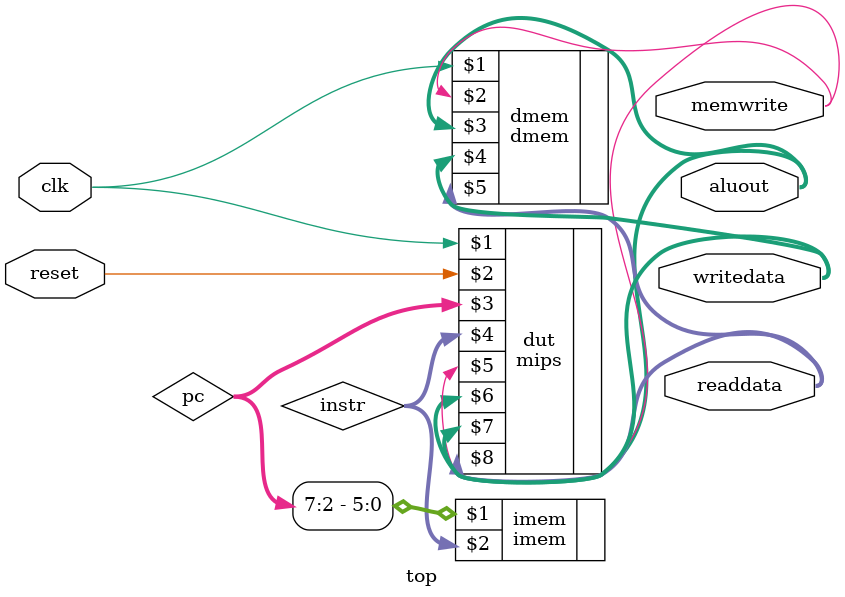
<source format=v>
module top(input clk, reset, 
           output [31:0] aluout, writedata, readdata, output memwrite);

  wire [31:0] pc, instr;

  // instantiate devices to be tested
  mips dut(clk, reset, pc, instr,
           memwrite, aluout, writedata, readdata);
  imem imem(pc[7:2], instr);
  dmem dmem(clk, memwrite, aluout, 
            writedata, readdata);

endmodule

</source>
